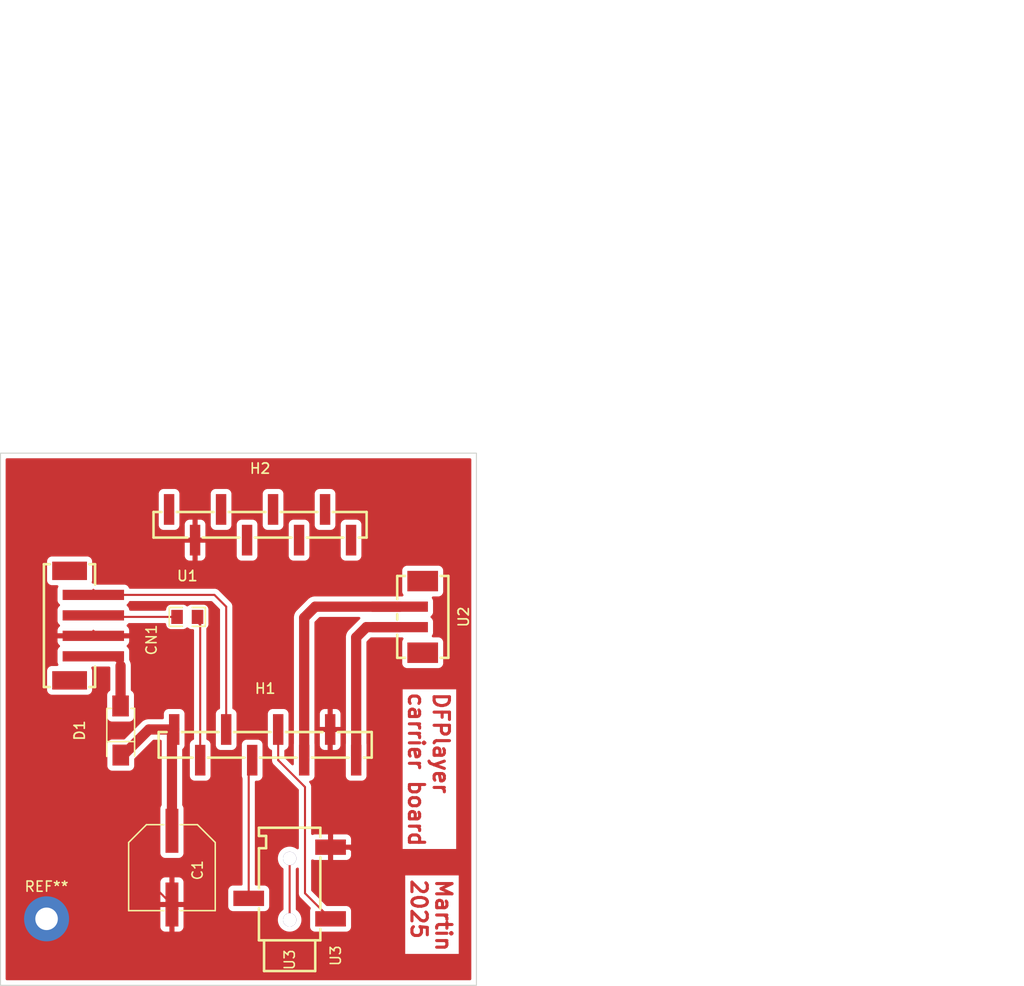
<source format=kicad_pcb>
(kicad_pcb (version 20241229) (generator "pcbnew") (generator_version "9.0")
  (layers (0 "F.Cu" signal) (2 "B.Cu" signal) (13 "F.Paste" user) (15 "B.Paste" user) (5 "F.SilkS" user "F.Silkscreen") (7 "B.SilkS" user "B.Silkscreen") (1 "F.Mask" user) (3 "B.Mask" user) (25 "Edge.Cuts" user))
  (net 0 "")
  (net 1 "_4")
  (net 2 "ADKEY_2")
  (net 3 "_6")
  (net 4 "ADKEY_1")
  (net 5 "_3")
  (net 6 "_5")
  (net 7 "IO_2")
  (net 8 "IO_1")
  (net 9 "BUSY")
  (net 10 "SPK_1")
  (net 11 "power_5v-VCC")
  (net 12 "df_header_left-VCC")
  (net 13 "TX")
  (net 14 "USB_M")
  (net 15 "USB_P")
  (net 16 "net")
  (net 17 "df_header_left-RX")
  (net 18 "footprint-RX")
  (net 19 "DAC_R")
  (net 20 "DAC_L")
  (net 21 "SPK_2")
  (net 22 "GND")
  (footprint "hanxia_HX_PM2_54_1x8P_TP_H8_5_YQ:HDR-SMD_8P-P2.54-V-F-S4.7" (layer "F.Cu") (at 152.61 81)
    (property "Reference" "H2" (at 0 -5.5 0) (layer "F.SilkS"))
    (property "Value" "")
    (fp_line (start -10.41 -1.25) (end -10.41 1.25) (stroke (width 0.25)) (layer "F.SilkS"))
    (fp_line (start -10.41 -1.25) (end -9.63 -1.25) (stroke (width 0.25)) (layer "F.SilkS"))
    (fp_line (start -10.41 1.25) (end -7.09 1.25) (stroke (width 0.25)) (layer "F.SilkS"))
    (fp_line (start -8.15 -1.25) (end -4.55 -1.25) (stroke (width 0.25)) (layer "F.SilkS"))
    (fp_line (start -5.61 1.25) (end -2.01 1.25) (stroke (width 0.25)) (layer "F.SilkS"))
    (fp_line (start -3.07 -1.25) (end 0.53 -1.25) (stroke (width 0.25)) (layer "F.SilkS"))
    (fp_line (start -0.53 1.25) (end 3.07 1.25) (stroke (width 0.25)) (layer "F.SilkS"))
    (fp_line (start 2.01 -1.25) (end 5.61 -1.25) (stroke (width 0.25)) (layer "F.SilkS"))
    (fp_line (start 4.55 1.25) (end 8.15 1.25) (stroke (width 0.25)) (layer "F.SilkS"))
    (fp_line (start 7.09 -1.25) (end 10.41 -1.25) (stroke (width 0.25)) (layer "F.SilkS"))
    (fp_line (start 9.63 1.25) (end 10.41 1.25) (stroke (width 0.25)) (layer "F.SilkS"))
    (fp_line (start 10.41 -1.25) (end 10.41 1.25) (stroke (width 0.25)) (layer "F.SilkS"))
    (fp_text user "${REFERENCE}" (at 0 -5.5 0) (layer "F.SilkS"))
    (pad "1" smd rect (at -8.89 -1.5) (size 1.02 3) (layers "F.Cu" "F.Mask" "F.Paste") (net 8 "IO_1"))
    (pad "2" smd rect (at -6.35 1.5) (size 1.02 3) (layers "F.Cu" "F.Mask" "F.Paste") (net 22 "GND"))
    (pad "3" smd rect (at -3.81 -1.5) (size 1.02 3) (layers "F.Cu" "F.Mask" "F.Paste") (net 7 "IO_2"))
    (pad "4" smd rect (at -1.27 1.5) (size 1.02 3) (layers "F.Cu" "F.Mask" "F.Paste") (net 4 "ADKEY_1"))
    (pad "5" smd rect (at 1.27 -1.5) (size 1.02 3) (layers "F.Cu" "F.Mask" "F.Paste") (net 2 "ADKEY_2"))
    (pad "6" smd rect (at 3.81 1.5) (size 1.02 3) (layers "F.Cu" "F.Mask" "F.Paste") (net 15 "USB_P"))
    (pad "7" smd rect (at 6.35 -1.5) (size 1.02 3) (layers "F.Cu" "F.Mask" "F.Paste") (net 14 "USB_M"))
    (pad "8" smd rect (at 8.89 1.5) (size 1.02 3) (layers "F.Cu" "F.Mask" "F.Paste") (net 9 "BUSY"))
  )
  (footprint "JST_Sales_America_B4B_PH_SM4_TB_LF__SN:CONN-SMD_B4B-PH-SM4-TB-LF-SN" (layer "F.Cu") (at 135.16 90.85 -90)
    (property "Reference" "CN1" (at 1.4 -6.84 90) (layer "F.SilkS"))
    (property "Value" "")
    (fp_line (start -6 3.67) (end -6 3.09) (stroke (width 0.25)) (layer "F.SilkS"))
    (fp_line (start 6 3.67) (end -6 3.67) (stroke (width 0.25)) (layer "F.SilkS"))
    (fp_line (start 6 3.09) (end 6 3.67) (stroke (width 0.25)) (layer "F.SilkS"))
    (fp_line (start -6 -1.33) (end -6 -0.77) (stroke (width 0.25)) (layer "F.SilkS"))
    (fp_line (start -6 -1.33) (end -4 -1.33) (stroke (width 0.25)) (layer "F.SilkS"))
    (fp_line (start 4 -1.33) (end 6 -1.33) (stroke (width 0.25)) (layer "F.SilkS"))
    (fp_line (start 6 -1.33) (end 6 -0.77) (stroke (width 0.25)) (layer "F.SilkS"))
    (pad "1" smd rect (at 3 -1.16 90) (size 1 6) (layers "F.Cu" "F.Mask" "F.Paste") (net 11 "power_5v-VCC"))
    (pad "2" smd rect (at 1 -1.16 90) (size 1 6) (layers "F.Cu" "F.Mask" "F.Paste") (net 22 "GND"))
    (pad "3" smd rect (at -1 -1.16 90) (size 1 6) (layers "F.Cu" "F.Mask" "F.Paste") (net 18 "footprint-RX"))
    (pad "4" smd rect (at -3 -1.16 90) (size 1 6) (layers "F.Cu" "F.Mask" "F.Paste") (net 13 "TX"))
    (pad "5" smd rect (at -5.35 1.16 270) (size 1.8 3.4) (layers "F.Cu" "F.Mask" "F.Paste") (net 6 "_5"))
    (pad "6" smd rect (at 5.35 1.16 270) (size 1.8 3.4) (layers "F.Cu" "F.Mask" "F.Paste") (net 3 "_6"))
  )
  (footprint "MountingHole:MountingHole_2.2mm_M2_Pad" (layer "F.Cu") (at 131.75 119.5)
    (property "Reference" "REF**" (at 0 -3.15 0) (layer "F.SilkS"))
    (property "Value" "MountingHole_2.2mm_M2_Pad")
    (pad "1" thru_hole circle (at 0 0) (size 4.4 4.4) (drill 2.2) (layers "*.Cu" "*.Mask"))
  )
  (footprint "hongjiacheng_M1:SMA_L4.3-W2.6-LS5.0-RD" (layer "F.Cu") (at 138.99 101.1 90)
    (property "Reference" "D1" (at 0 -4.01 90) (layer "F.SilkS"))
    (property "Value" "")
    (fp_line (start -1.08 -1.36) (end -1.08 1.36) (stroke (width 0.15)) (layer "F.SilkS"))
    (fp_line (start -2.53 -1.36) (end 2.16 -1.35) (stroke (width 0.15)) (layer "F.SilkS"))
    (fp_line (start 2.16 -1.27) (end 2.16 -0.92) (stroke (width 0.15)) (layer "F.SilkS"))
    (fp_line (start 2.16 1.36) (end 2.16 1.01) (stroke (width 0.15)) (layer "F.SilkS"))
    (fp_line (start -2.5 1.36) (end 2.16 1.36) (stroke (width 0.15)) (layer "F.SilkS"))
    (fp_text user "${REFERENCE}" (at 0 -4.01 90) (layer "F.SilkS"))
    (pad "1" smd rect (at -2.4 0.01 90) (size 2.05 1.62) (layers "F.Cu" "F.Mask" "F.Paste") (net 12 "df_header_left-VCC"))
    (pad "2" smd rect (at 2.4 -0.01 270) (size 2.05 1.62) (layers "F.Cu" "F.Mask" "F.Paste") (net 11 "power_5v-VCC"))
  )
  (footprint "UNI_ROYAL_0805W8F1001T5E:R0805" (layer "F.Cu") (at 145.5 90)
    (property "Reference" "U1" (at 0 -4 0) (layer "F.SilkS"))
    (property "Value" "1kΩ ±1% 125mW")
    (fp_line (start -1.76 -0.92) (end -0.48 -0.92) (stroke (width 0.15)) (layer "F.SilkS"))
    (fp_line (start -1.76 0.92) (end -1.76 -0.92) (stroke (width 0.15)) (layer "F.SilkS"))
    (fp_line (start -0.48 0.92) (end -1.76 0.92) (stroke (width 0.15)) (layer "F.SilkS"))
    (fp_line (start 0.48 0.92) (end 1.76 0.92) (stroke (width 0.15)) (layer "F.SilkS"))
    (fp_line (start 1.76 -0.92) (end 0.48 -0.92) (stroke (width 0.15)) (layer "F.SilkS"))
    (fp_line (start 1.76 0.92) (end 1.76 -0.92) (stroke (width 0.15)) (layer "F.SilkS"))
    (fp_text user "${REFERENCE}" (at 0 -4 0) (layer "F.SilkS"))
    (pad "1" smd rect (at -1 0) (size 1.13 1.38) (layers "F.Cu" "F.Mask" "F.Paste") (net 18 "footprint-RX"))
    (pad "2" smd rect (at 1 0) (size 1.13 1.38) (layers "F.Cu" "F.Mask" "F.Paste") (net 17 "df_header_left-RX"))
  )
  (footprint "hanxia_HX_PM2_54_1x8P_TP_H8_5_YQ:HDR-SMD_8P-P2.54-V-F-S4.7" (layer "F.Cu") (at 153.11 102.5)
    (property "Reference" "H1" (at 0 -5.5 0) (layer "F.SilkS"))
    (property "Value" "")
    (fp_line (start -10.41 -1.25) (end -10.41 1.25) (stroke (width 0.25)) (layer "F.SilkS"))
    (fp_line (start -10.41 -1.25) (end -9.63 -1.25) (stroke (width 0.25)) (layer "F.SilkS"))
    (fp_line (start -10.41 1.25) (end -7.09 1.25) (stroke (width 0.25)) (layer "F.SilkS"))
    (fp_line (start -8.15 -1.25) (end -4.55 -1.25) (stroke (width 0.25)) (layer "F.SilkS"))
    (fp_line (start -5.61 1.25) (end -2.01 1.25) (stroke (width 0.25)) (layer "F.SilkS"))
    (fp_line (start -3.07 -1.25) (end 0.53 -1.25) (stroke (width 0.25)) (layer "F.SilkS"))
    (fp_line (start -0.53 1.25) (end 3.07 1.25) (stroke (width 0.25)) (layer "F.SilkS"))
    (fp_line (start 2.01 -1.25) (end 5.61 -1.25) (stroke (width 0.25)) (layer "F.SilkS"))
    (fp_line (start 4.55 1.25) (end 8.15 1.25) (stroke (width 0.25)) (layer "F.SilkS"))
    (fp_line (start 7.09 -1.25) (end 10.41 -1.25) (stroke (width 0.25)) (layer "F.SilkS"))
    (fp_line (start 9.63 1.25) (end 10.41 1.25) (stroke (width 0.25)) (layer "F.SilkS"))
    (fp_line (start 10.41 -1.25) (end 10.41 1.25) (stroke (width 0.25)) (layer "F.SilkS"))
    (fp_text user "${REFERENCE}" (at 0 -5.5 0) (layer "F.SilkS"))
    (pad "1" smd rect (at -8.89 -1.5) (size 1.02 3) (layers "F.Cu" "F.Mask" "F.Paste") (net 12 "df_header_left-VCC"))
    (pad "2" smd rect (at -6.35 1.5) (size 1.02 3) (layers "F.Cu" "F.Mask" "F.Paste") (net 17 "df_header_left-RX"))
    (pad "3" smd rect (at -3.81 -1.5) (size 1.02 3) (layers "F.Cu" "F.Mask" "F.Paste") (net 13 "TX"))
    (pad "4" smd rect (at -1.27 1.5) (size 1.02 3) (layers "F.Cu" "F.Mask" "F.Paste") (net 19 "DAC_R"))
    (pad "5" smd rect (at 1.27 -1.5) (size 1.02 3) (layers "F.Cu" "F.Mask" "F.Paste") (net 20 "DAC_L"))
    (pad "6" smd rect (at 3.81 1.5) (size 1.02 3) (layers "F.Cu" "F.Mask" "F.Paste") (net 10 "SPK_1"))
    (pad "7" smd rect (at 6.35 -1.5) (size 1.02 3) (layers "F.Cu" "F.Mask" "F.Paste") (net 22 "GND"))
    (pad "8" smd rect (at 8.89 1.5) (size 1.02 3) (layers "F.Cu" "F.Mask" "F.Paste") (net 21 "SPK_2"))
  )
  (footprint "JST_Sales_America_B2B_PH_SM4_TBT_LF__SN:CONN-SMD_B2B-PH-SM4-TBT-LF-SN" (layer "F.Cu") (at 167.38 90 -90)
    (property "Reference" "U2" (at 0 -5.12 90) (layer "F.SilkS"))
    (property "Value" "")
    (fp_line (start -4 1.37) (end -1.73 1.37) (stroke (width 0.25)) (layer "F.SilkS"))
    (fp_line (start -0.27 1.37) (end 0.27 1.37) (stroke (width 0.25)) (layer "F.SilkS"))
    (fp_line (start 1.73 1.37) (end 4 1.37) (stroke (width 0.25)) (layer "F.SilkS"))
    (fp_line (start 4 1.37) (end 4 0.6) (stroke (width 0.25)) (layer "F.SilkS"))
    (fp_line (start -4 0.6) (end -4 1.37) (stroke (width 0.25)) (layer "F.SilkS"))
    (fp_line (start 4 -2.86) (end 4 -3.63) (stroke (width 0.25)) (layer "F.SilkS"))
    (fp_line (start -4 -3.63) (end -4 -2.86) (stroke (width 0.25)) (layer "F.SilkS"))
    (fp_line (start -4 -3.63) (end 4 -3.63) (stroke (width 0.25)) (layer "F.SilkS"))
    (fp_text user "${REFERENCE}" (at 0 -5.12 90) (layer "F.SilkS"))
    (pad "1" smd rect (at -1 1.12 270) (size 1 5.5) (layers "F.Cu" "F.Mask" "F.Paste") (net 10 "SPK_1"))
    (pad "2" smd rect (at 1 1.12 270) (size 1 5.5) (layers "F.Cu" "F.Mask" "F.Paste") (net 21 "SPK_2"))
    (pad "3" smd rect (at 3.5 -1.12 270) (size 2 3) (layers "F.Cu" "F.Mask" "F.Paste") (net 5 "_3"))
    (pad "4" smd rect (at -3.5 -1.12 270) (size 2 3) (layers "F.Cu" "F.Mask" "F.Paste") (net 1 "_4"))
  )
  (footprint "PANASONIC_EEEFK1A471AP:CAP-SMD_BD8.0-L8.3-W8.3-LS9.9-FD" (layer "F.Cu") (at 144 114.5 -90)
    (property "Reference" "C1" (hide yes))
    (property "Value" "")
    (fp_line (start -2.46 4.23) (end -4.2 2.49) (stroke (width 0.15)) (layer "F.SilkS"))
    (fp_line (start 4.2 4.23) (end -2.46 4.23) (stroke (width 0.15)) (layer "F.SilkS"))
    (fp_line (start -4.2 2.49) (end -4.2 0.78) (stroke (width 0.15)) (layer "F.SilkS"))
    (fp_line (start 4.2 0.78) (end 4.2 4.23) (stroke (width 0.15)) (layer "F.SilkS"))
    (fp_line (start 4.2 -0.78) (end 4.2 -4.23) (stroke (width 0.15)) (layer "F.SilkS"))
    (fp_line (start -4.2 -2.49) (end -4.2 -0.78) (stroke (width 0.15)) (layer "F.SilkS"))
    (fp_line (start -2.46 -4.23) (end -4.2 -2.49) (stroke (width 0.15)) (layer "F.SilkS"))
    (fp_line (start 4.2 -4.23) (end -2.46 -4.23) (stroke (width 0.15)) (layer "F.SilkS"))
    (fp_text user "${REFERENCE}" (at 0.25 -2.5 90) (layer "F.SilkS"))
    (pad "1" smd rect (at -3.6 0 270) (size 4.3 1.26) (layers "F.Cu" "F.Mask" "F.Paste") (net 12 "df_header_left-VCC"))
    (pad "2" smd rect (at 3.6 0 270) (size 4.3 1.26) (layers "F.Cu" "F.Mask" "F.Paste") (net 22 "GND"))
  )
  (footprint "SOFNG_PJ_320B:AUDIO-SMD_PJ-320B" (layer "F.Cu") (at 155.5 116 180)
    (property "Reference" "U3" (at 0 -7.5 90) (layer "F.SilkS"))
    (property "Value" "")
    (fp_line (start 3 5.4) (end -3 5.4) (stroke (width 0.25)) (layer "F.SilkS"))
    (fp_line (start 3 4.6) (end 3 5.4) (stroke (width 0.25)) (layer "F.SilkS"))
    (fp_line (start 3 3.4) (end 2.3 3.4) (stroke (width 0.25)) (layer "F.SilkS"))
    (fp_line (start 3 -0.52) (end 3 3.4) (stroke (width 0.25)) (layer "F.SilkS"))
    (fp_line (start 3 -5.6) (end 3 -2.48) (stroke (width 0.25)) (layer "F.SilkS"))
    (fp_line (start 2.5 -5.6) (end 2.5 -8.6) (stroke (width 0.25)) (layer "F.SilkS"))
    (fp_line (start 2.3 4.6) (end 3 4.6) (stroke (width 0.25)) (layer "F.SilkS"))
    (fp_line (start 2.3 3.4) (end 2.3 4.6) (stroke (width 0.25)) (layer "F.SilkS"))
    (fp_line (start -2.5 -5.6) (end -2.5 -8.6) (stroke (width 0.25)) (layer "F.SilkS"))
    (fp_line (start -2.5 -8.6) (end 2.5 -8.6) (stroke (width 0.25)) (layer "F.SilkS"))
    (fp_line (start -3 4.48) (end -3 5.4) (stroke (width 0.25)) (layer "F.SilkS"))
    (fp_line (start -3 -2.52) (end -3 2.52) (stroke (width 0.25)) (layer "F.SilkS"))
    (fp_line (start -3 -5.6) (end 3 -5.6) (stroke (width 0.25)) (layer "F.SilkS"))
    (fp_line (start -3 -5.6) (end -3 -4.48) (stroke (width 0.25)) (layer "F.SilkS"))
    (fp_text user "${REFERENCE}" (at -4.5 -7.1 90) (layer "F.SilkS"))
    (pad "" thru_hole circle (at 0 -3.6 180) (size 1.3 1.3) (drill 1.3) (layers "*.Cu" "*.Mask") (net 16 "net"))
    (pad "" thru_hole circle (at 0 2.4 180) (size 1.3 1.3) (drill 1.3) (layers "*.Cu" "*.Mask") (net 16 "net"))
    (pad "1" smd rect (at -4 -3.5 180) (size 3 1.5) (layers "F.Cu" "F.Mask" "F.Paste") (net 20 "DAC_L"))
    (pad "2" smd rect (at 4 -1.5 180) (size 3 1.5) (layers "F.Cu" "F.Mask" "F.Paste") (net 19 "DAC_R"))
    (pad "3" smd rect (at -4 3.5 180) (size 3 1.5) (layers "F.Cu" "F.Mask" "F.Paste") (net 22 "GND"))
  )
  (gr_rect (start 127.25 74) (end 173.75 126) (stroke (width 0.1)) (fill no) (layer "Edge.Cuts"))
  (gr_text "DFPlayer\ncarrier board" (at 167 97.25 270) (layer "F.Cu") (effects (font (size 1.5 1.5) (thickness 0.3) (bold yes)) (justify left bottom)))
  (gr_text "Martin\n2025" (at 167.25 115.5 270) (layer "F.Cu") (effects (font (size 1.5 1.5) (thickness 0.3) (bold yes)) (justify left bottom)))
  (segment (start 156.92 90.08) (end 158 89) (width 1) (layer "F.Cu") (net 10))
  (segment (start 156.92 104) (end 156.92 90.08) (width 1) (layer "F.Cu") (net 10))
  (segment (start 158 89) (end 166.26 89) (width 1) (layer "F.Cu") (net 10))
  (segment (start 138.98 94.77) (end 138.98 98.7) (width 1) (layer "F.Cu") (net 11))
  (segment (start 139 94.75) (end 138.98 94.77) (width 0.2) (layer "F.Cu") (net 11))
  (segment (start 138.1 93.85) (end 139 94.75) (width 0.2) (layer "F.Cu") (net 11))
  (segment (start 136.32 93.85) (end 138.1 93.85) (width 0.2) (layer "F.Cu") (net 11))
  (segment (start 144 110.9) (end 144 101.22) (width 1) (layer "F.Cu") (net 12))
  (segment (start 141.75 101) (end 144.22 101) (width 1) (layer "F.Cu") (net 12))
  (segment (start 139.25 103.5) (end 141.75 101) (width 1) (layer "F.Cu") (net 12))
  (segment (start 144 101.22) (end 144.22 101) (width 0.2) (layer "F.Cu") (net 12))
  (segment (start 139 103.5) (end 139.25 103.5) (width 0.2) (layer "F.Cu") (net 12))
  (segment (start 136.97 88) (end 136.32 87.35) (width 0.2) (layer "F.Cu") (net 13))
  (segment (start 149.3 101) (end 149.3 89) (width 0.2) (layer "F.Cu") (net 13))
  (segment (start 148.15 87.85) (end 136.32 87.85) (width 0.2) (layer "F.Cu") (net 13))
  (segment (start 149.3 89) (end 148.15 87.85) (width 0.2) (layer "F.Cu") (net 13))
  (segment (start 155.5 113.6) (end 155.5 119.6) (width 0.2) (layer "F.Cu") (net 16))
  (segment (start 146.76 104) (end 146.76 90.26) (width 0.2) (layer "F.Cu") (net 17))
  (segment (start 146.76 90.26) (end 146.5 90) (width 0.2) (layer "F.Cu") (net 17))
  (segment (start 146.5 90) (end 146.5 90.5) (width 0.2) (layer "F.Cu") (net 17))
  (segment (start 146.5 90.5) (end 146.76 90.76) (width 0.2) (layer "F.Cu") (net 17))
  (segment (start 144.5 90) (end 136.47 90) (width 0.2) (layer "F.Cu") (net 18))
  (segment (start 136.47 90) (end 136.32 89.85) (width 0.2) (layer "F.Cu") (net 18))
  (segment (start 151.5 117.5) (end 151.5 104.34) (width 0.2) (layer "F.Cu") (net 19))
  (segment (start 151.5 104.34) (end 151.84 104) (width 0.2) (layer "F.Cu") (net 19))
  (segment (start 154.38 101) (end 154.38 104) (width 0.2) (layer "F.Cu") (net 20))
  (segment (start 159.5 119.5) (end 157 117) (width 0.2) (layer "F.Cu") (net 20))
  (segment (start 157 106.62) (end 154.38 104) (width 0.2) (layer "F.Cu") (net 20))
  (segment (start 157 117) (end 157 106.62) (width 0.2) (layer "F.Cu") (net 20))
  (segment (start 162 92) (end 163 91) (width 1) (layer "F.Cu") (net 21))
  (segment (start 162 104) (end 162 92) (width 1) (layer "F.Cu") (net 21))
  (segment (start 163 91) (end 166.26 91) (width 1) (layer "F.Cu") (net 21))
  (segment (start 163.75 121) (end 163.75 115.5) (width 0.2) (layer "F.Cu") (net 22))
  (segment (start 144 118.1) (end 144 121) (width 0.2) (layer "F.Cu") (net 22))
  (segment (start 132.25 82.5) (end 131.25 83.5) (width 0.2) (layer "F.Cu") (net 22))
  (segment (start 159.5 101.04) (end 159.46 101) (width 0.2) (layer "F.Cu") (net 22))
  (segment (start 164 115.25) (end 161.25 112.5) (width 0.2) (layer "F.Cu") (net 22))
  (segment (start 144 118) (end 144.551 118.551) (width 0.2) (layer "F.Cu") (net 22))
  (segment (start 144 118.1) (end 131.5 105.6) (width 0.2) (layer "F.Cu") (net 22))
  (segment (start 132.85 91.85) (end 136.32 91.85) (width 0.2) (layer "F.Cu") (net 22))
  (segment (start 161.25 112.5) (end 159.901 112.5) (width 0.2) (layer "F.Cu") (net 22))
  (segment (start 132.9 91.85) (end 136.32 91.85) (width 0.2) (layer "F.Cu") (net 22))
  (segment (start 146.25 123.25) (end 161.5 123.25) (width 0.2) (layer "F.Cu") (net 22))
  (segment (start 131.5 105.6) (end 131.5 93.25) (width 0.2) (layer "F.Cu") (net 22))
  (segment (start 144 121) (end 146.25 123.25) (width 0.2) (layer "F.Cu") (net 22))
  (segment (start 146.26 82.5) (end 132.25 82.5) (width 0.2) (layer "F.Cu") (net 22))
  (segment (start 159.5 112.5) (end 159.5 101.04) (width 0.2) (layer "F.Cu") (net 22))
  (segment (start 144 118.1) (end 144 118) (width 0.2) (layer "F.Cu") (net 22))
  (segment (start 136.49 91.52) (end 136.32 91.35) (width 0.2) (layer "F.Cu") (net 22))
  (segment (start 131.5 93.25) (end 132.9 91.85) (width 0.2) (layer "F.Cu") (net 22))
  (segment (start 131.25 90.25) (end 132.85 91.85) (width 0.2) (layer "F.Cu") (net 22))
  (segment (start 131.25 83.5) (end 131.25 90.25) (width 0.2) (layer "F.Cu") (net 22))
  (segment (start 161.5 123.25) (end 163.75 121) (width 0.2) (layer "F.Cu") (net 22))
  (segment (start 163.75 115.5) (end 164 115.25) (width 0.2) (layer "F.Cu") (net 22))
  (zone (net 22) (net_name "GND") (layer "F.Cu") (name "GND") (connect_pads (clearance 0.5)) (min_thickness 0.25) (fill yes (thermal_gap 0.5) (thermal_bridge_width 0.5))
    (polygon (pts (xy 127.25 74) (xy 173.75 74) (xy 173.75 126) (xy 127.25 126)))
  )
)
</source>
